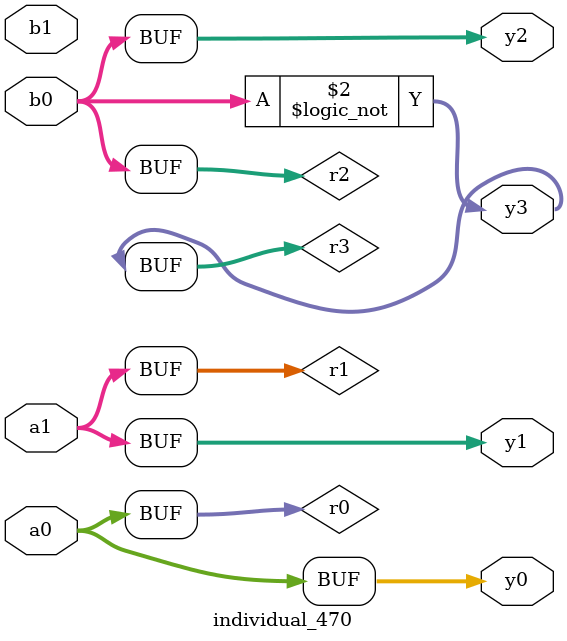
<source format=sv>
module individual_470(input logic [15:0] a1, input logic [15:0] a0, input logic [15:0] b1, input logic [15:0] b0, output logic [15:0] y3, output logic [15:0] y2, output logic [15:0] y1, output logic [15:0] y0);
logic [15:0] r0, r1, r2, r3; 
 always@(*) begin 
	 r0 = a0; r1 = a1; r2 = b0; r3 = b1; 
 	 r3 = ! r2 ;
 	 y3 = r3; y2 = r2; y1 = r1; y0 = r0; 
end
endmodule
</source>
